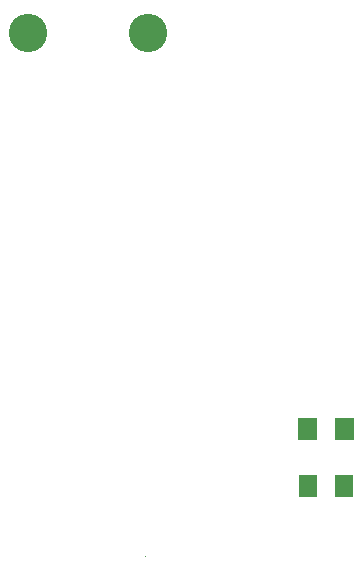
<source format=gbp>
G04 MADE WITH FRITZING*
G04 WWW.FRITZING.ORG*
G04 DOUBLE SIDED*
G04 HOLES PLATED*
G04 CONTOUR ON CENTER OF CONTOUR VECTOR*
%ASAXBY*%
%FSLAX23Y23*%
%MOIN*%
%OFA0B0*%
%SFA1.0B1.0*%
%ADD10C,0.128000*%
%ADD11R,0.062992X0.074803*%
%ADD12R,0.000189X0.000189*%
%ADD13R,0.001000X0.001000*%
%LNPASTEMASK0*%
G90*
G70*
G54D10*
X1710Y1828D03*
X1310Y1828D03*
G54D11*
X2243Y318D03*
X2365Y318D03*
G54D12*
X1705Y80D03*
X1705Y80D03*
G36*
X2211Y470D02*
X2211Y545D01*
X2274Y545D01*
X2274Y470D01*
X2211Y470D01*
G37*
D02*
G36*
X2333Y470D02*
X2333Y545D01*
X2396Y545D01*
X2396Y470D01*
X2333Y470D01*
G37*
D02*
G54D13*
D02*
G04 End of PasteMask0*
M02*
</source>
